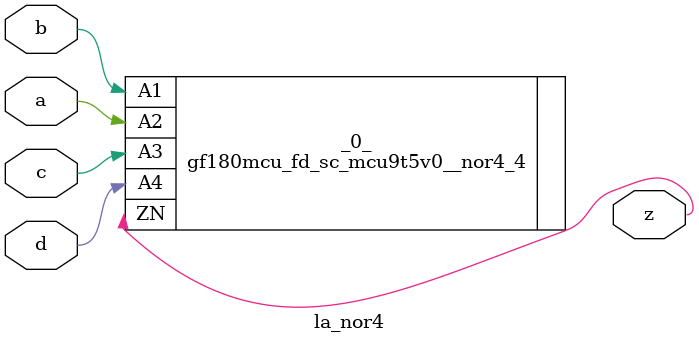
<source format=v>

/* Generated by Yosys 0.44 (git sha1 80ba43d26, g++ 11.4.0-1ubuntu1~22.04 -fPIC -O3) */

(* top =  1  *)
(* src = "generated" *)
module la_nor4 (
    a,
    b,
    c,
    d,
    z
);
  (* src = "generated" *)
  input a;
  wire a;
  (* src = "generated" *)
  input b;
  wire b;
  (* src = "generated" *)
  input c;
  wire c;
  (* src = "generated" *)
  input d;
  wire d;
  (* src = "generated" *)
  output z;
  wire z;
  gf180mcu_fd_sc_mcu9t5v0__nor4_4 _0_ (
      .A1(b),
      .A2(a),
      .A3(c),
      .A4(d),
      .ZN(z)
  );
endmodule

</source>
